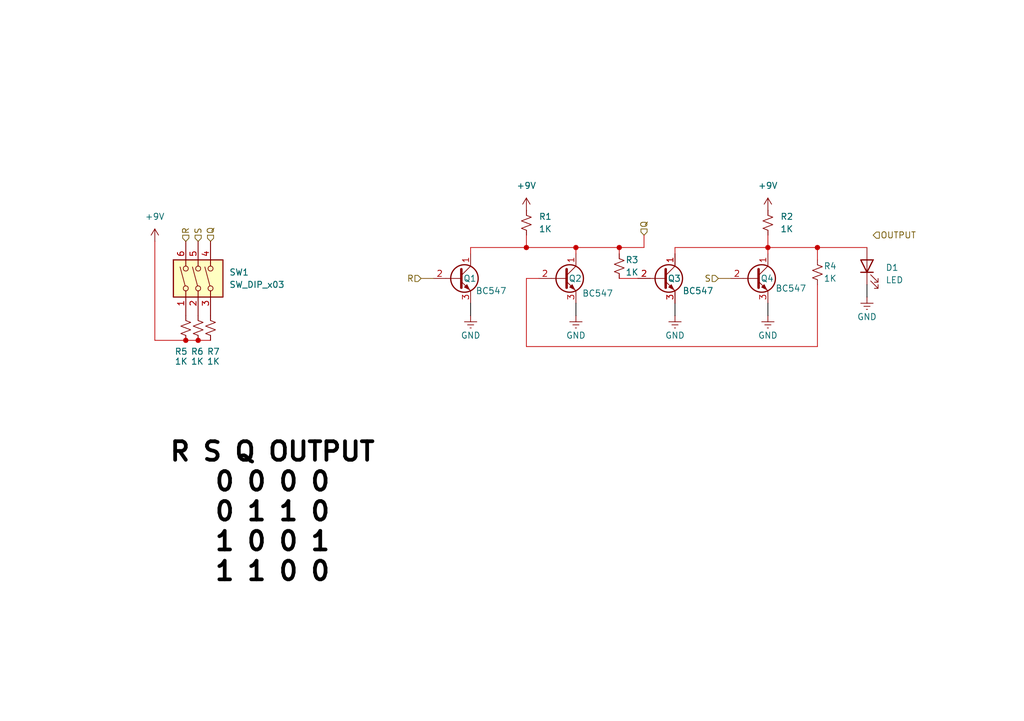
<source format=kicad_sch>
(kicad_sch (version 20250114) (generator "eeschema") (generator_version "9.0")
  (paper "A5")
  (lib_symbols
    (symbol "Device:LED" (pin_numbers (hide yes)) (pin_names (offset 1.016) (hide yes))
      (property "Reference" "D" (at 0 2.54 0))
      (property "Value" "LED" (at 0 -2.54 0))
      (symbol "LED_0_1"
        (polyline (pts (xy -3.048 -0.762) (xy -4.572 -2.286) (xy -3.81 -2.286) (xy -4.572 -2.286) (xy -4.572 -1.524)))
        (polyline (pts (xy -1.778 -0.762) (xy -3.302 -2.286) (xy -2.54 -2.286) (xy -3.302 -2.286) (xy -3.302 -1.524)))
        (polyline (pts (xy -1.27 0) (xy 1.27 0)))
        (polyline (pts (xy -1.27 -1.27) (xy -1.27 1.27)) (stroke (width 0.254)))
        (polyline (pts (xy 1.27 -1.27) (xy 1.27 1.27) (xy -1.27 0) (xy 1.27 -1.27)) (stroke (width 0.254)))
      )
      (symbol "LED_1_1"
        (pin passive line (at -3.81 0 0) (length 2.54) (name "K") (number "1"))
        (pin passive line (at 3.81 0 180) (length 2.54) (name "A") (number "2"))
      )
    )
    (symbol "Device:R_Small_US" (pin_numbers (hide yes)) (pin_names (offset 0.254) (hide yes))
      (property "Reference" "R" (at 0.762 0.508 0))
      (property "Value" "R_Small_US" (at 0.762 -1.016 0))
      (symbol "R_Small_US_1_1"
        (polyline (pts (xy 0 1.524) (xy 1.016 1.143) (xy 0 0.762) (xy -1.016 0.381) (xy 0 0)))
        (polyline (pts (xy 0 0) (xy 1.016 -0.381) (xy 0 -0.762) (xy -1.016 -1.143) (xy 0 -1.524)))
        (pin passive line (at 0 2.54 270) (length 1.016) (name "~") (number "1"))
        (pin passive line (at 0 -2.54 90) (length 1.016) (name "~") (number "2"))
      )
    )
    (symbol "Switch:SW_DIP_x03" (pin_names (offset 0) (hide yes))
      (property "Reference" "SW" (at 0 6.35 0))
      (property "Value" "SW_DIP_x03" (at 0 -6.35 0))
      (symbol "SW_DIP_x03_0_0"
        (circle (center -2.032 2.54) (radius 0.508))
        (circle (center -2.032 0) (radius 0.508))
        (circle (center -2.032 -2.54) (radius 0.508))
        (polyline (pts (xy -1.524 2.667) (xy 2.3622 3.7084)))
        (polyline (pts (xy -1.524 0.127) (xy 2.3622 1.1684)))
        (polyline (pts (xy -1.524 -2.413) (xy 2.3622 -1.3716)))
        (circle (center 2.032 2.54) (radius 0.508))
        (circle (center 2.032 0) (radius 0.508))
        (circle (center 2.032 -2.54) (radius 0.508))
      )
      (symbol "SW_DIP_x03_0_1"
        (rectangle (start -3.81 5.08) (end 3.81 -5.08) (stroke (width 0.254)) (fill (type background)))
      )
      (symbol "SW_DIP_x03_1_1"
        (pin passive line (at -7.62 2.54 0) (length 5.08) (name "~") (number "1"))
        (pin passive line (at -7.62 0 0) (length 5.08) (name "~") (number "2"))
        (pin passive line (at -7.62 -2.54 0) (length 5.08) (name "~") (number "3"))
        (pin passive line (at 7.62 2.54 180) (length 5.08) (name "~") (number "6"))
        (pin passive line (at 7.62 0 180) (length 5.08) (name "~") (number "5"))
        (pin passive line (at 7.62 -2.54 180) (length 5.08) (name "~") (number "4"))
      )
    )
    (symbol "Transistor_BJT:BC547" (pin_names (offset 0) (hide yes))
      (property "Reference" "Q" (at 5.08 1.905 0))
      (property "Value" "BC547" (at 5.08 0 0))
      (symbol "BC547_0_1"
        (polyline (pts (xy -2.54 0) (xy 0.635 0)))
        (polyline (pts (xy 0.635 1.905) (xy 0.635 -1.905)) (stroke (width 0.508)))
        (circle (center 1.27 0) (radius 2.8194) (stroke (width 0.254)))
      )
      (symbol "BC547_1_1"
        (polyline (pts (xy 0.635 0.635) (xy 2.54 2.54)))
        (polyline (pts (xy 0.635 -0.635) (xy 2.54 -2.54)))
        (polyline (pts (xy 1.27 -1.778) (xy 1.778 -1.27) (xy 2.286 -2.286) (xy 1.27 -1.778)) (fill (type outline)))
        (pin input line (at -5.08 0 0) (length 2.54) (name "B") (number "2"))
        (pin passive line (at 2.54 5.08 270) (length 2.54) (name "C") (number "1"))
        (pin passive line (at 2.54 -5.08 90) (length 2.54) (name "E") (number "3"))
      )
    )
    (symbol "power:+9V" (power) (pin_numbers (hide yes)) (pin_names (offset 0) (hide yes))
      (property "Value" "+9V" (at 0 3.556 0))
      (symbol "+9V_0_1"
        (polyline (pts (xy -0.762 1.27) (xy 0 2.54)))
        (polyline (pts (xy 0 2.54) (xy 0.762 1.27)))
        (polyline (pts (xy 0 0) (xy 0 2.54)))
      )
      (symbol "+9V_1_1"
        (pin power_in line (at 0 0 90) (length 0) (name "~") (number "1"))
      )
    )
    (symbol "power:Earth" (power) (pin_numbers (hide yes)) (pin_names (offset 0) (hide yes))
      (property "Value" "Earth" (at 0 -3.81 0))
      (symbol "Earth_0_1"
        (polyline (pts (xy -0.635 -1.905) (xy 0.635 -1.905)))
        (polyline (pts (xy -0.127 -2.54) (xy 0.127 -2.54)))
        (polyline (pts (xy 0 -1.27) (xy 0 0)))
        (polyline (pts (xy 1.27 -1.27) (xy -1.27 -1.27)))
      )
      (symbol "Earth_1_1"
        (pin power_in line (at 0 0 270) (length 0) (name "~") (number "1"))
      )
    )
  )
  (text "R S Q OUTPUT\n0 0 0 0\n0 1 1 0\n1 0 0 1\n1 1 0 0" (at 55.88 105.156 0) (effects (font (size 3.81 3.81) (thickness 0.762) (bold yes))))
  (junction (at 157.48 50.8) (color 194 0 0 1))
  (junction (at 38.1 69.85) (color 194 0 0 1))
  (junction (at 40.64 69.85) (color 194 0 0 1))
  (junction (at 118.11 50.8) (color 194 0 0 1))
  (junction (at 127 50.8) (color 194 0 0 1))
  (junction (at 167.64 50.8) (color 194 0 0 1))
  (junction (at 107.95 50.8) (color 194 0 0 1))
  (wire (pts (xy 118.11 50.8) (xy 127 50.8)) (stroke (width 0) (color 194 0 0 1)))
  (wire (pts (xy 107.95 48.26) (xy 107.95 50.8)) (stroke (width 0) (color 194 0 0 1)))
  (wire (pts (xy 167.64 71.12) (xy 107.95 71.12)) (stroke (width 0) (color 194 0 0 1)))
  (wire (pts (xy 138.43 52.07) (xy 138.43 50.8)) (stroke (width 0) (color 194 0 0 1)))
  (wire (pts (xy 31.75 49.53) (xy 31.75 69.85)) (stroke (width 0) (color 194 0 0 1)))
  (wire (pts (xy 132.08 48.26) (xy 132.08 50.8)) (stroke (width 0) (color 194 0 0 1)))
  (wire (pts (xy 107.95 50.8) (xy 118.11 50.8)) (stroke (width 0) (color 194 0 0 1)))
  (wire (pts (xy 118.11 62.23) (xy 118.11 64.77)) (stroke (width 0) (color 0 0 0 1)))
  (wire (pts (xy 38.1 69.85) (xy 31.75 69.85)) (stroke (width 0) (color 194 0 0 1)))
  (wire (pts (xy 127 50.8) (xy 127 52.07)) (stroke (width 0) (color 194 0 0 1)))
  (wire (pts (xy 43.18 69.85) (xy 40.64 69.85)) (stroke (width 0) (color 194 0 0 1)))
  (wire (pts (xy 157.48 50.8) (xy 167.64 50.8)) (stroke (width 0) (color 194 0 0 1)))
  (wire (pts (xy 177.8 58.42) (xy 177.8 60.96)) (stroke (width 0) (color 0 0 0 1)))
  (wire (pts (xy 157.48 48.26) (xy 157.48 50.8)) (stroke (width 0) (color 194 0 0 1)))
  (wire (pts (xy 40.64 69.85) (xy 38.1 69.85)) (stroke (width 0) (color 194 0 0 1)))
  (wire (pts (xy 157.48 62.23) (xy 157.48 64.77)) (stroke (width 0) (color 0 0 0 1)))
  (wire (pts (xy 167.64 50.8) (xy 177.8 50.8)) (stroke (width 0) (color 194 0 0 1)))
  (wire (pts (xy 118.11 50.8) (xy 118.11 52.07)) (stroke (width 0) (color 194 0 0 1)))
  (wire (pts (xy 167.64 53.34) (xy 167.64 50.8)) (stroke (width 0) (color 194 0 0 1)))
  (wire (pts (xy 96.52 52.07) (xy 96.52 50.8)) (stroke (width 0) (color 194 0 0 1)))
  (wire (pts (xy 96.52 62.23) (xy 96.52 64.77)) (stroke (width 0) (color 0 0 0 1)))
  (wire (pts (xy 138.43 62.23) (xy 138.43 64.77)) (stroke (width 0) (color 0 0 0 1)))
  (wire (pts (xy 127 50.8) (xy 132.08 50.8)) (stroke (width 0) (color 194 0 0 1)))
  (wire (pts (xy 107.95 57.15) (xy 110.49 57.15)) (stroke (width 0) (color 194 0 0 1)))
  (wire (pts (xy 138.43 50.8) (xy 157.48 50.8)) (stroke (width 0) (color 194 0 0 1)))
  (wire (pts (xy 107.95 71.12) (xy 107.95 57.15)) (stroke (width 0) (color 194 0 0 1)))
  (wire (pts (xy 127 57.15) (xy 130.81 57.15)) (stroke (width 0) (color 194 0 0 1)))
  (wire (pts (xy 157.48 50.8) (xy 157.48 52.07)) (stroke (width 0) (color 194 0 0 1)))
  (wire (pts (xy 147.32 57.15) (xy 149.86 57.15)) (stroke (width 0) (color 128 77 0 1)))
  (wire (pts (xy 86.36 57.15) (xy 88.9 57.15)) (stroke (width 0) (color 128 77 0 1)))
  (wire (pts (xy 167.64 58.42) (xy 167.64 71.12)) (stroke (width 0) (color 194 0 0 1)))
  (wire (pts (xy 96.52 50.8) (xy 107.95 50.8)) (stroke (width 0) (color 194 0 0 1)))
  (hierarchical_label "Q" (shape input) (at 132.08 48.26 90))
  (hierarchical_label "OUTPUT" (shape input) (at 179.07 48.26 0))
  (hierarchical_label "R" (shape input) (at 38.1 49.53 90))
  (hierarchical_label "S" (shape input) (at 147.32 57.15 180))
  (hierarchical_label "Q" (shape input) (at 43.18 49.53 90))
  (hierarchical_label "R" (shape input) (at 86.36 57.15 180))
  (hierarchical_label "S" (shape input) (at 40.64 49.53 90))
  (symbol (lib_id "Device:R_Small_US") (at 167.64 55.88 0) (unit 1)
    (property "Reference" "R4" (at 168.91 54.61 0) (effects (justify left)))
    (property "Value" "1K" (at 168.91 57.15 0) (effects (justify left)))
    (property "Footprint" "Resistor_THT:R_Axial_DIN0204_L3.6mm_D1.6mm_P5.08mm_Horizontal" (effects (hide yes)))
    (property "Description" "Resistor, small US symbol" (effects (hide yes)))
  )
  (symbol (lib_id "power:Earth") (at 96.52 64.77 0) (unit 1)
    (property "Reference" "#PWR01" (effects (hide yes)))
    (property "Value" "GND" (at 96.52 68.834 0))
    (property "Description" "Power symbol creates a global label with name \"Earth\"" (effects (hide yes)))
  )
  (symbol (lib_id "power:+9V") (at 31.75 49.53 0) (unit 1)
    (property "Reference" "#PWR08" (effects (hide yes)))
    (property "Value" "+9V" (at 31.75 44.45 0))
    (property "Description" "Power symbol creates a global label with name \"+9V\"" (effects (hide yes)))
  )
  (symbol (lib_id "Transistor_BJT:BC547") (at 154.94 57.15 0) (unit 1)
    (property "Reference" "Q4" (at 155.956 57.15 0) (effects (justify left)))
    (property "Value" "BC547" (at 159.004 59.182 0) (effects (justify left)))
    (property "Footprint" "Package_TO_SOT_THT:TO-92_Inline" (effects (hide yes)))
    (property "Datasheet" "https://www.onsemi.com/pub/Collateral/BC550-D.pdf" (effects (hide yes)))
    (property "Description" "0.1A Ic, 45V Vce, Small Signal NPN Transistor, TO-92" (effects (hide yes)))
  )
  (symbol (lib_id "Device:R_Small_US") (at 38.1 67.31 0) (unit 1)
    (property "Reference" "R5" (at 35.814 72.136 0) (effects (justify left)))
    (property "Value" "1K" (at 35.814 74.168 0) (effects (justify left)))
    (property "Footprint" "Resistor_THT:R_Axial_DIN0204_L3.6mm_D1.6mm_P5.08mm_Horizontal" (effects (hide yes)))
    (property "Description" "Resistor, small US symbol" (effects (hide yes)))
  )
  (symbol (lib_id "Switch:SW_DIP_x03") (at 40.64 57.15 90) (unit 1)
    (property "Reference" "SW1" (at 46.99 55.8799 90) (effects (justify right)))
    (property "Value" "SW_DIP_x03" (at 46.99 58.4199 90) (effects (justify right)))
    (property "Footprint" "Button_Switch_THT:SW_DIP_SPSTx03_Slide_9.78x9.8mm_W7.62mm_P2.54mm" (effects (hide yes)))
    (property "Description" "3x DIP Switch, Single Pole Single Throw (SPST) switch, small symbol" (effects (hide yes)))
  )
  (symbol (lib_id "power:+9V") (at 107.95 43.18 0) (unit 1)
    (property "Reference" "#PWR06" (effects (hide yes)))
    (property "Value" "+9V" (at 107.95 38.1 0))
    (property "Description" "Power symbol creates a global label with name \"+9V\"" (effects (hide yes)))
  )
  (symbol (lib_id "Device:R_Small_US") (at 157.48 45.72 0) (unit 1)
    (property "Reference" "R2" (at 160.02 44.4499 0) (effects (justify left)))
    (property "Value" "1K" (at 160.02 46.9899 0) (effects (justify left)))
    (property "Footprint" "Resistor_THT:R_Axial_DIN0204_L3.6mm_D1.6mm_P5.08mm_Horizontal" (effects (hide yes)))
    (property "Description" "Resistor, small US symbol" (effects (hide yes)))
  )
  (symbol (lib_id "power:Earth") (at 138.43 64.77 0) (unit 1)
    (property "Reference" "#PWR03" (effects (hide yes)))
    (property "Value" "GND" (at 138.43 68.834 0))
    (property "Description" "Power symbol creates a global label with name \"Earth\"" (effects (hide yes)))
  )
  (symbol (lib_id "Device:R_Small_US") (at 40.64 67.31 0) (unit 1)
    (property "Reference" "R6" (at 39.116 72.136 0) (effects (justify left)))
    (property "Value" "1K" (at 39.116 74.168 0) (effects (justify left)))
    (property "Footprint" "Resistor_THT:R_Axial_DIN0204_L3.6mm_D1.6mm_P5.08mm_Horizontal" (effects (hide yes)))
    (property "Description" "Resistor, small US symbol" (effects (hide yes)))
  )
  (symbol (lib_id "Transistor_BJT:BC547") (at 93.98 57.15 0) (unit 1)
    (property "Reference" "Q1" (at 94.996 57.15 0) (effects (justify left)))
    (property "Value" "BC547" (at 97.536 59.69 0) (effects (justify left)))
    (property "Footprint" "Package_TO_SOT_THT:TO-92_Inline" (effects (hide yes)))
    (property "Datasheet" "https://www.onsemi.com/pub/Collateral/BC550-D.pdf" (effects (hide yes)))
    (property "Description" "0.1A Ic, 45V Vce, Small Signal NPN Transistor, TO-92" (effects (hide yes)))
  )
  (symbol (lib_id "Device:R_Small_US") (at 107.95 45.72 0) (unit 1)
    (property "Reference" "R1" (at 110.49 44.4499 0) (effects (justify left)))
    (property "Value" "1K" (at 110.49 46.9899 0) (effects (justify left)))
    (property "Footprint" "Resistor_THT:R_Axial_DIN0204_L3.6mm_D1.6mm_P5.08mm_Horizontal" (effects (hide yes)))
    (property "Description" "Resistor, small US symbol" (effects (hide yes)))
  )
  (symbol (lib_id "power:Earth") (at 157.48 64.77 0) (unit 1)
    (property "Reference" "#PWR04" (effects (hide yes)))
    (property "Value" "GND" (at 157.48 68.834 0))
    (property "Description" "Power symbol creates a global label with name \"Earth\"" (effects (hide yes)))
  )
  (symbol (lib_id "Transistor_BJT:BC547") (at 115.57 57.15 0) (unit 1)
    (property "Reference" "Q2" (at 116.586 57.15 0) (effects (justify left)))
    (property "Value" "BC547" (at 119.38 60.198 0) (effects (justify left)))
    (property "Footprint" "Package_TO_SOT_THT:TO-92_Inline" (effects (hide yes)))
    (property "Datasheet" "https://www.onsemi.com/pub/Collateral/BC550-D.pdf" (effects (hide yes)))
    (property "Description" "0.1A Ic, 45V Vce, Small Signal NPN Transistor, TO-92" (effects (hide yes)))
  )
  (symbol (lib_id "Device:LED") (at 177.8 54.61 90) (unit 1)
    (property "Reference" "D1" (at 181.61 54.9274 90) (effects (justify right)))
    (property "Value" "LED" (at 181.61 57.4674 90) (effects (justify right)))
    (property "Footprint" "LED_THT:LED_D1.8mm_W1.8mm_H2.4mm_Horizontal_O1.27mm_Z4.9mm" (effects (hide yes)))
    (property "Description" "Light emitting diode" (effects (hide yes)))
    (property "Sim.Pins" "1=K 2=A" (effects (hide yes)))
  )
  (symbol (lib_id "Device:R_Small_US") (at 127 54.61 0) (unit 1)
    (property "Reference" "R3" (at 128.27 53.34 0) (effects (justify left)))
    (property "Value" "1K" (at 128.27 55.88 0) (effects (justify left)))
    (property "Footprint" "Resistor_THT:R_Axial_DIN0204_L3.6mm_D1.6mm_P5.08mm_Horizontal" (effects (hide yes)))
    (property "Description" "Resistor, small US symbol" (effects (hide yes)))
  )
  (symbol (lib_id "Transistor_BJT:BC547") (at 135.89 57.15 0) (unit 1)
    (property "Reference" "Q3" (at 136.906 57.15 0) (effects (justify left)))
    (property "Value" "BC547" (at 139.954 59.69 0) (effects (justify left)))
    (property "Footprint" "Package_TO_SOT_THT:TO-92_Inline" (effects (hide yes)))
    (property "Datasheet" "https://www.onsemi.com/pub/Collateral/BC550-D.pdf" (effects (hide yes)))
    (property "Description" "0.1A Ic, 45V Vce, Small Signal NPN Transistor, TO-92" (effects (hide yes)))
  )
  (symbol (lib_id "power:Earth") (at 118.11 64.77 0) (unit 1)
    (property "Reference" "#PWR02" (effects (hide yes)))
    (property "Value" "GND" (at 118.11 68.834 0))
    (property "Description" "Power symbol creates a global label with name \"Earth\"" (effects (hide yes)))
  )
  (symbol (lib_id "power:+9V") (at 157.48 43.18 0) (unit 1)
    (property "Reference" "#PWR05" (effects (hide yes)))
    (property "Value" "+9V" (at 157.48 38.1 0))
    (property "Description" "Power symbol creates a global label with name \"+9V\"" (effects (hide yes)))
  )
  (symbol (lib_id "power:Earth") (at 177.8 60.96 0) (unit 1)
    (property "Reference" "#PWR07" (effects (hide yes)))
    (property "Value" "GND" (at 177.8 65.024 0))
    (property "Description" "Power symbol creates a global label with name \"Earth\"" (effects (hide yes)))
  )
  (symbol (lib_id "Device:R_Small_US") (at 43.18 67.31 0) (unit 1)
    (property "Reference" "R7" (at 42.418 72.136 0) (effects (justify left)))
    (property "Value" "1K" (at 42.418 74.168 0) (effects (justify left)))
    (property "Footprint" "Resistor_THT:R_Axial_DIN0204_L3.6mm_D1.6mm_P5.08mm_Horizontal" (effects (hide yes)))
    (property "Description" "Resistor, small US symbol" (effects (hide yes)))
  )
)
</source>
